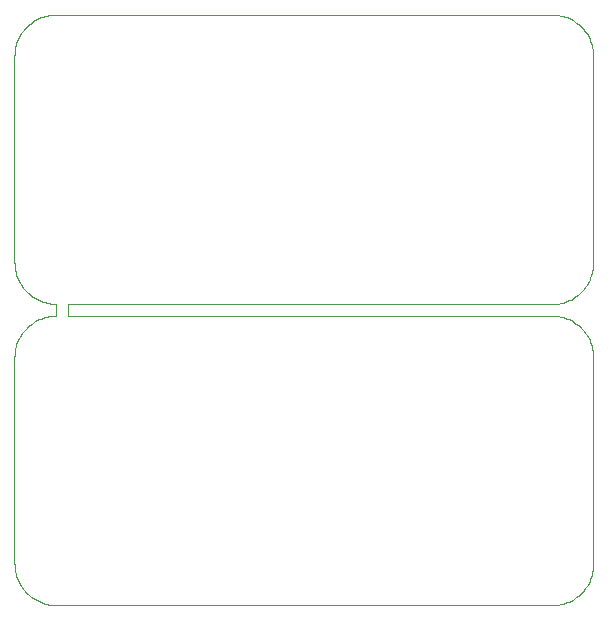
<source format=gbl>
G75*
G70*
%OFA0B0*%
%FSLAX24Y24*%
%IPPOS*%
%LPD*%
%AMOC8*
5,1,8,0,0,1.08239X$1,22.5*
%
%ADD10C,0.0000*%
D10*
X000100Y001475D02*
X000100Y001517D01*
X000100Y008368D01*
X000100Y008371D01*
X000100Y008368D02*
X000102Y008440D01*
X000108Y008512D01*
X000117Y008584D01*
X000130Y008655D01*
X000147Y008725D01*
X000167Y008794D01*
X000192Y008862D01*
X000219Y008928D01*
X000250Y008994D01*
X000285Y009057D01*
X000322Y009119D01*
X000363Y009178D01*
X000407Y009235D01*
X000454Y009290D01*
X000504Y009342D01*
X000556Y009392D01*
X000611Y009439D01*
X000668Y009483D01*
X000727Y009524D01*
X000789Y009561D01*
X000852Y009596D01*
X000918Y009627D01*
X000984Y009654D01*
X001052Y009679D01*
X001121Y009699D01*
X001191Y009716D01*
X001262Y009729D01*
X001334Y009738D01*
X001406Y009744D01*
X001478Y009746D01*
X001478Y010139D01*
X001475Y010139D01*
X001475Y009746D02*
X001478Y009746D01*
X001872Y009746D02*
X018014Y009746D01*
X018014Y010139D02*
X001872Y010139D01*
X001872Y009746D01*
X001478Y010139D02*
X001405Y010142D01*
X001332Y010149D01*
X001260Y010159D01*
X001188Y010174D01*
X001117Y010192D01*
X001047Y010214D01*
X000979Y010239D01*
X000911Y010268D01*
X000846Y010300D01*
X000782Y010336D01*
X000720Y010375D01*
X000660Y010418D01*
X000603Y010463D01*
X000548Y010511D01*
X000496Y010562D01*
X000446Y010616D01*
X000399Y010673D01*
X000356Y010731D01*
X000315Y010792D01*
X000278Y010855D01*
X000244Y010920D01*
X000213Y010986D01*
X000186Y011054D01*
X000162Y011124D01*
X000143Y011194D01*
X000127Y011266D01*
X000114Y011338D01*
X000106Y011410D01*
X000101Y011484D01*
X000100Y011557D01*
X000100Y018407D01*
X000100Y018410D01*
X000100Y018407D02*
X000102Y018479D01*
X000108Y018551D01*
X000117Y018623D01*
X000130Y018694D01*
X000147Y018764D01*
X000167Y018833D01*
X000192Y018901D01*
X000219Y018967D01*
X000250Y019033D01*
X000285Y019096D01*
X000322Y019158D01*
X000363Y019217D01*
X000407Y019274D01*
X000454Y019329D01*
X000504Y019381D01*
X000556Y019431D01*
X000611Y019478D01*
X000668Y019522D01*
X000727Y019563D01*
X000789Y019600D01*
X000852Y019635D01*
X000918Y019666D01*
X000984Y019693D01*
X001052Y019718D01*
X001121Y019738D01*
X001191Y019755D01*
X001262Y019768D01*
X001334Y019777D01*
X001406Y019783D01*
X001478Y019785D01*
X018014Y019785D01*
X018086Y019783D01*
X018158Y019777D01*
X018230Y019768D01*
X018301Y019755D01*
X018371Y019738D01*
X018440Y019718D01*
X018508Y019693D01*
X018574Y019666D01*
X018640Y019635D01*
X018703Y019600D01*
X018765Y019563D01*
X018824Y019522D01*
X018881Y019478D01*
X018936Y019431D01*
X018988Y019381D01*
X019038Y019329D01*
X019085Y019274D01*
X019129Y019217D01*
X019170Y019158D01*
X019207Y019096D01*
X019242Y019033D01*
X019273Y018967D01*
X019300Y018901D01*
X019325Y018833D01*
X019345Y018764D01*
X019362Y018694D01*
X019375Y018623D01*
X019384Y018551D01*
X019390Y018479D01*
X019392Y018407D01*
X019391Y018407D02*
X019391Y011517D01*
X019392Y011517D02*
X019390Y011445D01*
X019384Y011373D01*
X019375Y011301D01*
X019362Y011230D01*
X019345Y011160D01*
X019325Y011091D01*
X019300Y011023D01*
X019273Y010957D01*
X019242Y010891D01*
X019207Y010828D01*
X019170Y010766D01*
X019129Y010707D01*
X019085Y010650D01*
X019038Y010595D01*
X018988Y010543D01*
X018936Y010493D01*
X018881Y010446D01*
X018824Y010402D01*
X018765Y010361D01*
X018703Y010324D01*
X018640Y010289D01*
X018574Y010258D01*
X018508Y010231D01*
X018440Y010206D01*
X018371Y010186D01*
X018301Y010169D01*
X018230Y010156D01*
X018158Y010147D01*
X018086Y010141D01*
X018014Y010139D01*
X018017Y010139D01*
X018014Y009746D02*
X018086Y009744D01*
X018158Y009738D01*
X018230Y009729D01*
X018301Y009716D01*
X018371Y009699D01*
X018440Y009679D01*
X018508Y009654D01*
X018574Y009627D01*
X018640Y009596D01*
X018703Y009561D01*
X018765Y009524D01*
X018824Y009483D01*
X018881Y009439D01*
X018936Y009392D01*
X018988Y009342D01*
X019038Y009290D01*
X019085Y009235D01*
X019129Y009178D01*
X019170Y009119D01*
X019207Y009057D01*
X019242Y008994D01*
X019273Y008928D01*
X019300Y008862D01*
X019325Y008794D01*
X019345Y008725D01*
X019362Y008655D01*
X019375Y008584D01*
X019384Y008512D01*
X019390Y008440D01*
X019392Y008368D01*
X019391Y008368D02*
X019391Y001478D01*
X019392Y001478D02*
X019390Y001406D01*
X019384Y001334D01*
X019375Y001262D01*
X019362Y001191D01*
X019345Y001121D01*
X019325Y001052D01*
X019300Y000984D01*
X019273Y000918D01*
X019242Y000852D01*
X019207Y000789D01*
X019170Y000727D01*
X019129Y000668D01*
X019085Y000611D01*
X019038Y000556D01*
X018988Y000504D01*
X018936Y000454D01*
X018881Y000407D01*
X018824Y000363D01*
X018765Y000322D01*
X018703Y000285D01*
X018640Y000250D01*
X018574Y000219D01*
X018508Y000192D01*
X018440Y000167D01*
X018371Y000147D01*
X018301Y000130D01*
X018230Y000117D01*
X018158Y000108D01*
X018086Y000102D01*
X018014Y000100D01*
X018017Y000100D01*
X018014Y000100D02*
X001478Y000100D01*
X001475Y000100D01*
X001478Y000100D02*
X001405Y000103D01*
X001332Y000110D01*
X001260Y000120D01*
X001188Y000135D01*
X001117Y000153D01*
X001047Y000175D01*
X000979Y000200D01*
X000911Y000229D01*
X000846Y000261D01*
X000782Y000297D01*
X000720Y000336D01*
X000660Y000379D01*
X000603Y000424D01*
X000548Y000472D01*
X000496Y000523D01*
X000446Y000577D01*
X000399Y000634D01*
X000356Y000692D01*
X000315Y000753D01*
X000278Y000816D01*
X000244Y000881D01*
X000213Y000947D01*
X000186Y001015D01*
X000162Y001085D01*
X000143Y001155D01*
X000127Y001227D01*
X000114Y001299D01*
X000106Y001371D01*
X000101Y001445D01*
X000100Y001518D01*
X000100Y011514D02*
X000100Y011557D01*
M02*

</source>
